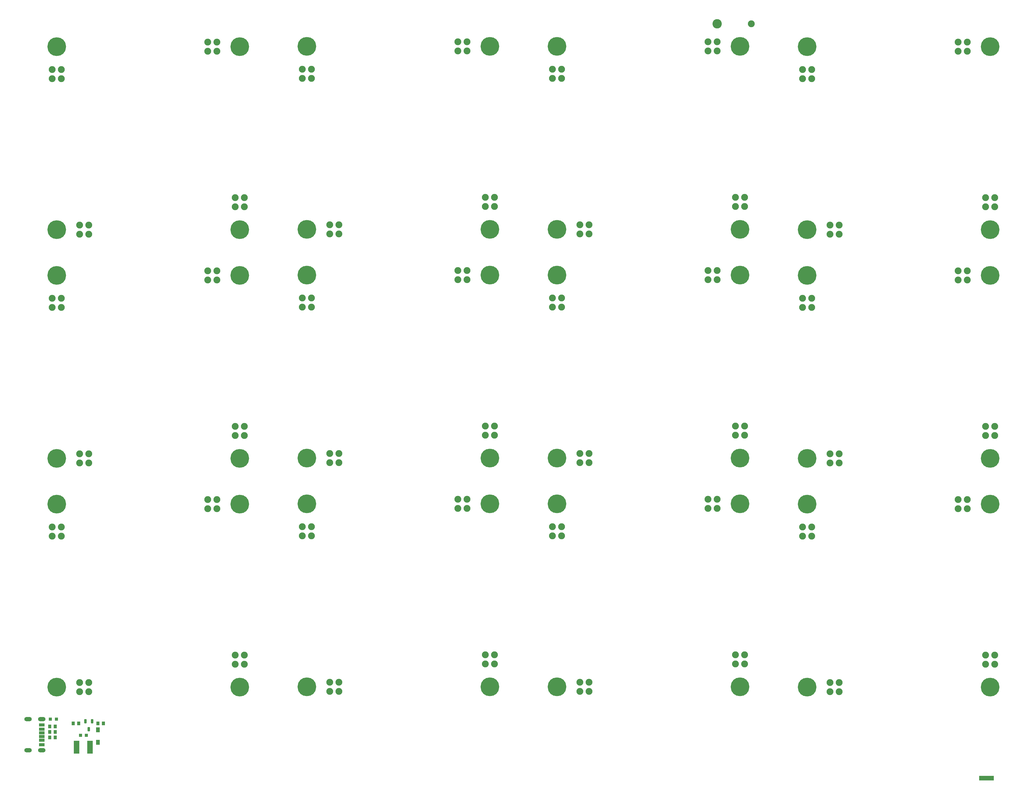
<source format=gts>
G04 Layer: TopSolderMaskLayer*
G04 EasyEDA v6.5.34, 2023-09-12 02:39:20*
G04 e94bc10b37974a2b8ebe6637de124c00,5a6b42c53f6a479593ecc07194224c93,10*
G04 Gerber Generator version 0.2*
G04 Scale: 100 percent, Rotated: No, Reflected: No *
G04 Dimensions in millimeters *
G04 leading zeros omitted , absolute positions ,4 integer and 5 decimal *
%FSLAX45Y45*%
%MOMM*%

%AMMACRO1*1,1,$1,$2,$3*1,1,$1,$4,$5*1,1,$1,0-$2,0-$3*1,1,$1,0-$4,0-$5*20,1,$1,$2,$3,$4,$5,0*20,1,$1,$4,$5,0-$2,0-$3,0*20,1,$1,0-$2,0-$3,0-$4,0-$5,0*20,1,$1,0-$4,0-$5,$2,$3,0*4,1,4,$2,$3,$4,$5,0-$2,0-$3,0-$4,0-$5,$2,$3,0*%
%ADD10C,1.9016*%
%ADD11MACRO1,0.1016X0.4032X0.432X0.4032X-0.432*%
%ADD12MACRO1,0.1016X-0.4032X0.432X-0.4032X-0.432*%
%ADD13MACRO1,0.1016X0.4X0.4X0.4X-0.4*%
%ADD14MACRO1,0.1016X-0.7033X-1.7496X-0.7033X1.7496*%
%ADD15MACRO1,0.1016X0.7033X-1.7496X0.7033X1.7496*%
%ADD16MACRO1,0.1016X0.266X0.5188X-0.266X0.5188*%
%ADD17MACRO1,0.1016X0.7X0.4X0.7X-0.4*%
%ADD18O,2.1015960000000002X1.2015978000000003*%
%ADD19MACRO1,0.1016X-0.4032X-0.432X-0.4032X0.432*%
%ADD20MACRO1,0.1016X0.4032X-0.432X0.4032X0.432*%
%ADD21MACRO1,0.1016X-0.4X-0.4X-0.4X0.4*%
%ADD22MACRO1,0.1016X0.475X0.6X0.475X-0.6*%
%ADD23C,5.2032*%
%ADD24C,2.6016*%
%ADD25C,0.0159*%

%LPD*%
D10*
G01*
X1905000Y15621000D03*
G01*
X1905000Y15367000D03*
G01*
X1651000Y15621000D03*
G01*
X1651000Y15367000D03*
G01*
X5969000Y16383000D03*
G01*
X6223000Y16383000D03*
G01*
X5969000Y16129000D03*
G01*
X6223000Y16129000D03*
G01*
X5207000Y14097000D03*
G01*
X5207000Y14351000D03*
G01*
X5461000Y14097000D03*
G01*
X5461000Y14351000D03*
G01*
X5207000Y7747000D03*
G01*
X5207000Y8001000D03*
G01*
X5461000Y7747000D03*
G01*
X5461000Y8001000D03*
G01*
X12148997Y20452105D03*
G01*
X12148997Y20706105D03*
G01*
X12402997Y20452105D03*
G01*
X12402997Y20706105D03*
G01*
X12148997Y14102105D03*
G01*
X12148997Y14356105D03*
G01*
X12402997Y14102105D03*
G01*
X12402997Y14356105D03*
G01*
X12148997Y7752105D03*
G01*
X12148997Y8006105D03*
G01*
X12402997Y7752105D03*
G01*
X12402997Y8006105D03*
G01*
X19093103Y20452105D03*
G01*
X19093103Y20706105D03*
G01*
X19347103Y20452105D03*
G01*
X19347103Y20706105D03*
G01*
X19093103Y14102105D03*
G01*
X19093103Y14356105D03*
G01*
X19347103Y14102105D03*
G01*
X19347103Y14356105D03*
G01*
X19093103Y7752105D03*
G01*
X19093103Y8006105D03*
G01*
X19347103Y7752105D03*
G01*
X19347103Y8006105D03*
G01*
X26035000Y20447000D03*
G01*
X26035000Y20701000D03*
G01*
X26289000Y20447000D03*
G01*
X26289000Y20701000D03*
G01*
X26035000Y14097000D03*
G01*
X26035000Y14351000D03*
G01*
X26289000Y14097000D03*
G01*
X26289000Y14351000D03*
G01*
X26035000Y7747000D03*
G01*
X26035000Y8001000D03*
G01*
X26289000Y7747000D03*
G01*
X26289000Y8001000D03*
G01*
X1143000Y13335000D03*
G01*
X889000Y13335000D03*
G01*
X1143000Y13589000D03*
G01*
X889000Y13589000D03*
G01*
X1143000Y6985000D03*
G01*
X889000Y6985000D03*
G01*
X1143000Y7239000D03*
G01*
X889000Y7239000D03*
G01*
X8084997Y19690105D03*
G01*
X7830997Y19690105D03*
G01*
X8084997Y19944105D03*
G01*
X7830997Y19944105D03*
G01*
X8084997Y13340105D03*
G01*
X7830997Y13340105D03*
G01*
X8084997Y13594105D03*
G01*
X7830997Y13594105D03*
G01*
X8084997Y6990105D03*
G01*
X7830997Y6990105D03*
G01*
X8084997Y7244105D03*
G01*
X7830997Y7244105D03*
G01*
X15029103Y19690105D03*
G01*
X14775103Y19690105D03*
G01*
X15029103Y19944105D03*
G01*
X14775103Y19944105D03*
G01*
X15029103Y13340105D03*
G01*
X14775103Y13340105D03*
G01*
X15029103Y13594105D03*
G01*
X14775103Y13594105D03*
G01*
X15029103Y6990105D03*
G01*
X14775103Y6990105D03*
G01*
X15029103Y7244105D03*
G01*
X14775103Y7244105D03*
G01*
X21971000Y19685000D03*
G01*
X21717000Y19685000D03*
G01*
X21971000Y19939000D03*
G01*
X21717000Y19939000D03*
G01*
X21971000Y13335000D03*
G01*
X21717000Y13335000D03*
G01*
X21971000Y13589000D03*
G01*
X21717000Y13589000D03*
G01*
X21971000Y6985000D03*
G01*
X21717000Y6985000D03*
G01*
X21971000Y7239000D03*
G01*
X21717000Y7239000D03*
G01*
X1905000Y9271000D03*
G01*
X1905000Y9017000D03*
G01*
X1651000Y9271000D03*
G01*
X1651000Y9017000D03*
G01*
X1905000Y2921000D03*
G01*
X1905000Y2667000D03*
G01*
X1651000Y2921000D03*
G01*
X1651000Y2667000D03*
G01*
X8846997Y15626105D03*
G01*
X8846997Y15372105D03*
G01*
X8592997Y15626105D03*
G01*
X8592997Y15372105D03*
G01*
X8846997Y9276105D03*
G01*
X8846997Y9022105D03*
G01*
X8592997Y9276105D03*
G01*
X8592997Y9022105D03*
G01*
X8846997Y2926105D03*
G01*
X8846997Y2672105D03*
G01*
X8592997Y2926105D03*
G01*
X8592997Y2672105D03*
G01*
X15791103Y15626105D03*
G01*
X15791103Y15372105D03*
G01*
X15537103Y15626105D03*
G01*
X15537103Y15372105D03*
G01*
X15791103Y9276105D03*
G01*
X15791103Y9022105D03*
G01*
X15537103Y9276105D03*
G01*
X15537103Y9022105D03*
G01*
X15791103Y2926105D03*
G01*
X15791103Y2672105D03*
G01*
X15537103Y2926105D03*
G01*
X15537103Y2672105D03*
G01*
X22733000Y15621000D03*
G01*
X22733000Y15367000D03*
G01*
X22479000Y15621000D03*
G01*
X22479000Y15367000D03*
G01*
X22733000Y9271000D03*
G01*
X22733000Y9017000D03*
G01*
X22479000Y9271000D03*
G01*
X22479000Y9017000D03*
G01*
X22733000Y2921000D03*
G01*
X22733000Y2667000D03*
G01*
X22479000Y2921000D03*
G01*
X22479000Y2667000D03*
G01*
X5969000Y10033000D03*
G01*
X6223000Y10033000D03*
G01*
X5969000Y9779000D03*
G01*
X6223000Y9779000D03*
G01*
X5969000Y3683000D03*
G01*
X6223000Y3683000D03*
G01*
X5969000Y3429000D03*
G01*
X6223000Y3429000D03*
G01*
X12910997Y3688105D03*
G01*
X13164997Y3688105D03*
G01*
X12910997Y3434105D03*
G01*
X13164997Y3434105D03*
G01*
X12910997Y10038105D03*
G01*
X13164997Y10038105D03*
G01*
X12910997Y9784105D03*
G01*
X13164997Y9784105D03*
G01*
X12910997Y16388105D03*
G01*
X13164997Y16388105D03*
G01*
X12910997Y16134105D03*
G01*
X13164997Y16134105D03*
G01*
X19855103Y16388105D03*
G01*
X20109103Y16388105D03*
G01*
X19855103Y16134105D03*
G01*
X20109103Y16134105D03*
G01*
X19855103Y10038105D03*
G01*
X20109103Y10038105D03*
G01*
X19855103Y9784105D03*
G01*
X20109103Y9784105D03*
G01*
X19855103Y3688105D03*
G01*
X20109103Y3688105D03*
G01*
X19855103Y3434105D03*
G01*
X20109103Y3434105D03*
G01*
X26797000Y3683000D03*
G01*
X27051000Y3683000D03*
G01*
X26797000Y3429000D03*
G01*
X27051000Y3429000D03*
G01*
X26797000Y10033000D03*
G01*
X27051000Y10033000D03*
G01*
X26797000Y9779000D03*
G01*
X27051000Y9779000D03*
G01*
X26797000Y16383000D03*
G01*
X27051000Y16383000D03*
G01*
X26797000Y16129000D03*
G01*
X27051000Y16129000D03*
G01*
X5207000Y20447000D03*
G01*
X5207000Y20701000D03*
G01*
X5461000Y20447000D03*
G01*
X5461000Y20701000D03*
G01*
X1143000Y19685000D03*
G01*
X889000Y19685000D03*
G01*
X1143000Y19939000D03*
G01*
X889000Y19939000D03*
D11*
G01*
X818523Y1397007D03*
D12*
G01*
X969173Y1397007D03*
D11*
G01*
X818523Y1549407D03*
D12*
G01*
X969173Y1549407D03*
D11*
G01*
X2159897Y1790712D03*
D12*
G01*
X2310547Y1790712D03*
D13*
G01*
X1672681Y1460159D03*
G01*
X1832582Y1460860D03*
D11*
G01*
X1474097Y1790712D03*
D12*
G01*
X1624747Y1790712D03*
D14*
G01*
X1937956Y1130312D03*
D15*
G01*
X1567289Y1130312D03*
D16*
G01*
X2000025Y1850038D03*
G01*
X1810025Y1850038D03*
G01*
X1905025Y1629787D03*
D17*
G01*
X600936Y1523220D03*
G01*
X600936Y1423220D03*
G01*
X601088Y1321214D03*
G01*
X601342Y1625201D03*
G01*
X601164Y1198201D03*
G01*
X601164Y1748213D03*
D18*
G01*
X601167Y1041196D03*
G01*
X601167Y1905203D03*
G01*
X221157Y1905203D03*
G01*
X221157Y1041196D03*
D19*
G01*
X969176Y1701805D03*
D20*
G01*
X818526Y1701805D03*
D21*
G01*
X1004341Y1905005D03*
G01*
X834161Y1905005D03*
D22*
G01*
X2158149Y1265100D03*
G01*
X2158149Y1605104D03*
D23*
G01*
X1016000Y15494000D03*
G01*
X6096000Y15494000D03*
G01*
X6096000Y20574000D03*
G01*
X1016000Y7874000D03*
G01*
X6096000Y7874000D03*
G01*
X6096000Y2794000D03*
G01*
X1016000Y2794000D03*
G01*
X6096000Y14224000D03*
G01*
X6096000Y9144000D03*
G01*
X1016000Y9144000D03*
G01*
X21844000Y15494000D03*
G01*
X26924000Y15494000D03*
G01*
X21844000Y20574000D03*
G01*
X21844000Y9144000D03*
G01*
X26924000Y9144000D03*
G01*
X21844000Y14224000D03*
G01*
X21844000Y2794000D03*
G01*
X26924000Y2794000D03*
G01*
X26924000Y7874000D03*
G01*
X21844000Y7874000D03*
G01*
X7957997Y9149105D03*
G01*
X13037997Y9149105D03*
G01*
X14902103Y9149105D03*
G01*
X19982103Y9149105D03*
G01*
X13037997Y15499105D03*
G01*
X14902103Y15499105D03*
G01*
X7957997Y2799105D03*
G01*
X13037997Y2799105D03*
G01*
X13037997Y7879105D03*
G01*
X14902103Y2799105D03*
G01*
X19982103Y2799105D03*
G01*
X14902103Y7879105D03*
G01*
X19982103Y7879105D03*
G01*
X7957997Y7879105D03*
G01*
X7957997Y15499105D03*
G01*
X19982103Y15499105D03*
G01*
X1016000Y20574000D03*
G01*
X1016000Y14224000D03*
G01*
X7957997Y14229105D03*
G01*
X13037997Y14229105D03*
G01*
X14902103Y14229105D03*
G01*
X19982103Y14229105D03*
G01*
X19982103Y20579105D03*
G01*
X14902103Y20579105D03*
G01*
X13037997Y20579105D03*
G01*
X7957997Y20579105D03*
G01*
X26924000Y20574000D03*
G01*
X26924000Y14224000D03*
D24*
G01*
X19347052Y21209000D03*
D10*
G01*
X20294600Y21209000D03*
G36*
X26619225Y330200D02*
G01*
X27025625Y330200D01*
X27025625Y203200D01*
X26619225Y203200D01*
G37*
M02*

</source>
